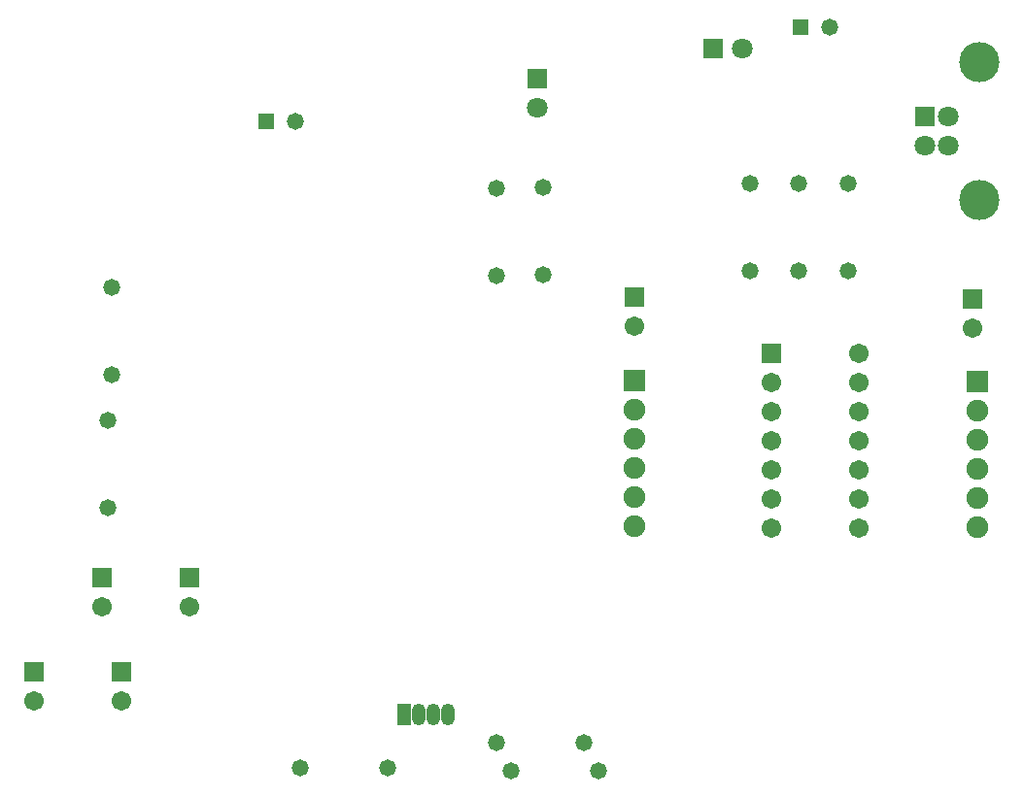
<source format=gbr>
G04 DipTrace 3.0.0.2*
G04 BottomMask.gbr*
%MOMM*%
G04 #@! TF.FileFunction,Soldermask,Bot*
G04 #@! TF.Part,Single*
%ADD50C,1.7032*%
%ADD54C,1.4732*%
%ADD56C,3.5032*%
%ADD58C,1.8032*%
%ADD60C,1.9032*%
%ADD62R,1.9032X1.9032*%
%ADD64C,1.7032*%
%ADD66R,1.7032X1.7032*%
%ADD68R,1.2532X1.9032*%
%ADD70O,1.2532X1.9032*%
%ADD72R,1.4732X1.4732*%
%ADD74C,1.4732*%
%ADD76R,1.8032X1.8032*%
%ADD78C,1.8032*%
%FSLAX35Y35*%
G04*
G71*
G90*
G75*
G01*
G04 BotMask*
%LPD*%
D78*
X5717750Y6969033D3*
D76*
Y7223033D3*
D78*
X7500527Y7489947D3*
D76*
X7246527D3*
D74*
X8267857Y7676783D3*
D72*
X8013857D3*
D74*
X3606883Y6855393D3*
D72*
X3352883D3*
D70*
X4937500Y1683273D3*
X4683500D3*
D68*
X4556500D3*
D70*
X4810500D3*
D66*
X6562600Y5324030D3*
D64*
Y5070030D3*
D66*
X9505810Y5308373D3*
D64*
Y5054373D3*
D62*
X9549330Y4583887D3*
D60*
Y4329887D3*
Y4075887D3*
Y3821887D3*
Y3567887D3*
Y3313887D3*
D62*
X6560007Y4590307D3*
D60*
Y4336307D3*
Y4082307D3*
Y3828307D3*
Y3574307D3*
Y3320307D3*
D76*
X9097663Y6894780D3*
D58*
Y6644780D3*
X9297663D3*
Y6894780D3*
D56*
X9568663Y6167780D3*
Y7371780D3*
D74*
X5763250Y5515820D3*
D54*
Y6277820D3*
D74*
X5365023Y5504870D3*
D54*
Y6266870D3*
D74*
X2005070Y5404643D3*
D54*
Y4642643D3*
D74*
X1972533Y4244337D3*
D54*
Y3482337D3*
D74*
X7572823Y5553847D3*
D54*
Y6315847D3*
D74*
X7997507Y6314913D3*
D54*
Y5552913D3*
D74*
X8428620Y6313320D3*
D54*
Y5551320D3*
D74*
X5363297Y1437290D3*
D54*
X6125297D3*
D74*
X5490040Y1192613D3*
D54*
X6252040D3*
D74*
X3646883Y1217773D3*
D54*
X4408883D3*
D66*
X1921463Y2874880D3*
D50*
Y2620880D3*
X2683463D3*
D66*
Y2874880D3*
X1332147Y2053623D3*
D50*
Y1799623D3*
X2094147D3*
D66*
Y2053623D3*
X7758903Y4833720D3*
D64*
Y4579720D3*
Y4325720D3*
Y4071720D3*
Y3817720D3*
Y3563720D3*
Y3309720D3*
X8520903D3*
Y3563720D3*
Y3817720D3*
Y4071720D3*
Y4325720D3*
Y4579720D3*
Y4833720D3*
M02*

</source>
